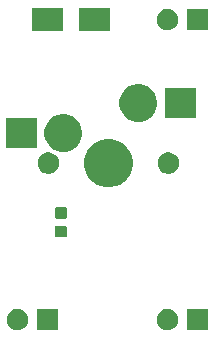
<source format=gbr>
G04 #@! TF.GenerationSoftware,KiCad,Pcbnew,5.1.5*
G04 #@! TF.CreationDate,2020-02-15T20:36:58-05:00*
G04 #@! TF.ProjectId,mx,6d782e6b-6963-4616-945f-706362585858,B*
G04 #@! TF.SameCoordinates,Original*
G04 #@! TF.FileFunction,Soldermask,Bot*
G04 #@! TF.FilePolarity,Negative*
%FSLAX46Y46*%
G04 Gerber Fmt 4.6, Leading zero omitted, Abs format (unit mm)*
G04 Created by KiCad (PCBNEW 5.1.5) date 2020-02-15 20:36:58*
%MOMM*%
%LPD*%
G04 APERTURE LIST*
%ADD10C,0.100000*%
G04 APERTURE END LIST*
D10*
G36*
X130441000Y-132981000D02*
G01*
X128639000Y-132981000D01*
X128639000Y-131179000D01*
X130441000Y-131179000D01*
X130441000Y-132981000D01*
G37*
G36*
X127113512Y-131183927D02*
G01*
X127262812Y-131213624D01*
X127426784Y-131281544D01*
X127574354Y-131380147D01*
X127699853Y-131505646D01*
X127798456Y-131653216D01*
X127866376Y-131817188D01*
X127901000Y-131991259D01*
X127901000Y-132168741D01*
X127866376Y-132342812D01*
X127798456Y-132506784D01*
X127699853Y-132654354D01*
X127574354Y-132779853D01*
X127426784Y-132878456D01*
X127262812Y-132946376D01*
X127113512Y-132976073D01*
X127088742Y-132981000D01*
X126911258Y-132981000D01*
X126886488Y-132976073D01*
X126737188Y-132946376D01*
X126573216Y-132878456D01*
X126425646Y-132779853D01*
X126300147Y-132654354D01*
X126201544Y-132506784D01*
X126133624Y-132342812D01*
X126099000Y-132168741D01*
X126099000Y-131991259D01*
X126133624Y-131817188D01*
X126201544Y-131653216D01*
X126300147Y-131505646D01*
X126425646Y-131380147D01*
X126573216Y-131281544D01*
X126737188Y-131213624D01*
X126886488Y-131183927D01*
X126911258Y-131179000D01*
X127088742Y-131179000D01*
X127113512Y-131183927D01*
G37*
G36*
X143141000Y-132981000D02*
G01*
X141339000Y-132981000D01*
X141339000Y-131179000D01*
X143141000Y-131179000D01*
X143141000Y-132981000D01*
G37*
G36*
X139813512Y-131183927D02*
G01*
X139962812Y-131213624D01*
X140126784Y-131281544D01*
X140274354Y-131380147D01*
X140399853Y-131505646D01*
X140498456Y-131653216D01*
X140566376Y-131817188D01*
X140601000Y-131991259D01*
X140601000Y-132168741D01*
X140566376Y-132342812D01*
X140498456Y-132506784D01*
X140399853Y-132654354D01*
X140274354Y-132779853D01*
X140126784Y-132878456D01*
X139962812Y-132946376D01*
X139813512Y-132976073D01*
X139788742Y-132981000D01*
X139611258Y-132981000D01*
X139586488Y-132976073D01*
X139437188Y-132946376D01*
X139273216Y-132878456D01*
X139125646Y-132779853D01*
X139000147Y-132654354D01*
X138901544Y-132506784D01*
X138833624Y-132342812D01*
X138799000Y-132168741D01*
X138799000Y-131991259D01*
X138833624Y-131817188D01*
X138901544Y-131653216D01*
X139000147Y-131505646D01*
X139125646Y-131380147D01*
X139273216Y-131281544D01*
X139437188Y-131213624D01*
X139586488Y-131183927D01*
X139611258Y-131179000D01*
X139788742Y-131179000D01*
X139813512Y-131183927D01*
G37*
G36*
X131062591Y-124128085D02*
G01*
X131096569Y-124138393D01*
X131127890Y-124155134D01*
X131155339Y-124177661D01*
X131177866Y-124205110D01*
X131194607Y-124236431D01*
X131204915Y-124270409D01*
X131209000Y-124311890D01*
X131209000Y-124913110D01*
X131204915Y-124954591D01*
X131194607Y-124988569D01*
X131177866Y-125019890D01*
X131155339Y-125047339D01*
X131127890Y-125069866D01*
X131096569Y-125086607D01*
X131062591Y-125096915D01*
X131021110Y-125101000D01*
X130344890Y-125101000D01*
X130303409Y-125096915D01*
X130269431Y-125086607D01*
X130238110Y-125069866D01*
X130210661Y-125047339D01*
X130188134Y-125019890D01*
X130171393Y-124988569D01*
X130161085Y-124954591D01*
X130157000Y-124913110D01*
X130157000Y-124311890D01*
X130161085Y-124270409D01*
X130171393Y-124236431D01*
X130188134Y-124205110D01*
X130210661Y-124177661D01*
X130238110Y-124155134D01*
X130269431Y-124138393D01*
X130303409Y-124128085D01*
X130344890Y-124124000D01*
X131021110Y-124124000D01*
X131062591Y-124128085D01*
G37*
G36*
X131062591Y-122553085D02*
G01*
X131096569Y-122563393D01*
X131127890Y-122580134D01*
X131155339Y-122602661D01*
X131177866Y-122630110D01*
X131194607Y-122661431D01*
X131204915Y-122695409D01*
X131209000Y-122736890D01*
X131209000Y-123338110D01*
X131204915Y-123379591D01*
X131194607Y-123413569D01*
X131177866Y-123444890D01*
X131155339Y-123472339D01*
X131127890Y-123494866D01*
X131096569Y-123511607D01*
X131062591Y-123521915D01*
X131021110Y-123526000D01*
X130344890Y-123526000D01*
X130303409Y-123521915D01*
X130269431Y-123511607D01*
X130238110Y-123494866D01*
X130210661Y-123472339D01*
X130188134Y-123444890D01*
X130171393Y-123413569D01*
X130161085Y-123379591D01*
X130157000Y-123338110D01*
X130157000Y-122736890D01*
X130161085Y-122695409D01*
X130171393Y-122661431D01*
X130188134Y-122630110D01*
X130210661Y-122602661D01*
X130238110Y-122580134D01*
X130269431Y-122563393D01*
X130303409Y-122553085D01*
X130344890Y-122549000D01*
X131021110Y-122549000D01*
X131062591Y-122553085D01*
G37*
G36*
X135293255Y-116847819D02*
G01*
X135666512Y-117002427D01*
X135666514Y-117002428D01*
X136002437Y-117226885D01*
X136288117Y-117512565D01*
X136493189Y-117819476D01*
X136512575Y-117848490D01*
X136667183Y-118221747D01*
X136746001Y-118617994D01*
X136746001Y-119022008D01*
X136667183Y-119418255D01*
X136512575Y-119791512D01*
X136512574Y-119791514D01*
X136288117Y-120127437D01*
X136002437Y-120413117D01*
X135666514Y-120637574D01*
X135666513Y-120637575D01*
X135666512Y-120637575D01*
X135293255Y-120792183D01*
X134897008Y-120871001D01*
X134492994Y-120871001D01*
X134096747Y-120792183D01*
X133723490Y-120637575D01*
X133723489Y-120637575D01*
X133723488Y-120637574D01*
X133387565Y-120413117D01*
X133101885Y-120127437D01*
X132877428Y-119791514D01*
X132877427Y-119791512D01*
X132722819Y-119418255D01*
X132644001Y-119022008D01*
X132644001Y-118617994D01*
X132722819Y-118221747D01*
X132877427Y-117848490D01*
X132896814Y-117819476D01*
X133101885Y-117512565D01*
X133387565Y-117226885D01*
X133723488Y-117002428D01*
X133723490Y-117002427D01*
X134096747Y-116847819D01*
X134492994Y-116769001D01*
X134897008Y-116769001D01*
X135293255Y-116847819D01*
G37*
G36*
X139888513Y-117923928D02*
G01*
X140037813Y-117953625D01*
X140201785Y-118021545D01*
X140349355Y-118120148D01*
X140474854Y-118245647D01*
X140573457Y-118393217D01*
X140641377Y-118557189D01*
X140676001Y-118731260D01*
X140676001Y-118908742D01*
X140641377Y-119082813D01*
X140573457Y-119246785D01*
X140474854Y-119394355D01*
X140349355Y-119519854D01*
X140201785Y-119618457D01*
X140037813Y-119686377D01*
X139888513Y-119716074D01*
X139863743Y-119721001D01*
X139686259Y-119721001D01*
X139661489Y-119716074D01*
X139512189Y-119686377D01*
X139348217Y-119618457D01*
X139200647Y-119519854D01*
X139075148Y-119394355D01*
X138976545Y-119246785D01*
X138908625Y-119082813D01*
X138874001Y-118908742D01*
X138874001Y-118731260D01*
X138908625Y-118557189D01*
X138976545Y-118393217D01*
X139075148Y-118245647D01*
X139200647Y-118120148D01*
X139348217Y-118021545D01*
X139512189Y-117953625D01*
X139661489Y-117923928D01*
X139686259Y-117919001D01*
X139863743Y-117919001D01*
X139888513Y-117923928D01*
G37*
G36*
X129728513Y-117923928D02*
G01*
X129877813Y-117953625D01*
X130041785Y-118021545D01*
X130189355Y-118120148D01*
X130314854Y-118245647D01*
X130413457Y-118393217D01*
X130481377Y-118557189D01*
X130516001Y-118731260D01*
X130516001Y-118908742D01*
X130481377Y-119082813D01*
X130413457Y-119246785D01*
X130314854Y-119394355D01*
X130189355Y-119519854D01*
X130041785Y-119618457D01*
X129877813Y-119686377D01*
X129728513Y-119716074D01*
X129703743Y-119721001D01*
X129526259Y-119721001D01*
X129501489Y-119716074D01*
X129352189Y-119686377D01*
X129188217Y-119618457D01*
X129040647Y-119519854D01*
X128915148Y-119394355D01*
X128816545Y-119246785D01*
X128748625Y-119082813D01*
X128714001Y-118908742D01*
X128714001Y-118731260D01*
X128748625Y-118557189D01*
X128816545Y-118393217D01*
X128915148Y-118245647D01*
X129040647Y-118120148D01*
X129188217Y-118021545D01*
X129352189Y-117953625D01*
X129501489Y-117923928D01*
X129526259Y-117919001D01*
X129703743Y-117919001D01*
X129728513Y-117923928D01*
G37*
G36*
X131081218Y-114686666D02*
G01*
X131351996Y-114740526D01*
X131643359Y-114861213D01*
X131905579Y-115036423D01*
X132128579Y-115259423D01*
X132303789Y-115521643D01*
X132424476Y-115813006D01*
X132486001Y-116122316D01*
X132486001Y-116437686D01*
X132424476Y-116746996D01*
X132303789Y-117038359D01*
X132128579Y-117300579D01*
X131905579Y-117523579D01*
X131643359Y-117698789D01*
X131351996Y-117819476D01*
X131081218Y-117873336D01*
X131042687Y-117881001D01*
X130727315Y-117881001D01*
X130688784Y-117873336D01*
X130418006Y-117819476D01*
X130126643Y-117698789D01*
X129864423Y-117523579D01*
X129641423Y-117300579D01*
X129466213Y-117038359D01*
X129345526Y-116746996D01*
X129284001Y-116437686D01*
X129284001Y-116122316D01*
X129345526Y-115813006D01*
X129466213Y-115521643D01*
X129641423Y-115259423D01*
X129864423Y-115036423D01*
X130126643Y-114861213D01*
X130418006Y-114740526D01*
X130688784Y-114686666D01*
X130727315Y-114679001D01*
X131042687Y-114679001D01*
X131081218Y-114686666D01*
G37*
G36*
X128661001Y-117581001D02*
G01*
X126009001Y-117581001D01*
X126009001Y-114979001D01*
X128661001Y-114979001D01*
X128661001Y-117581001D01*
G37*
G36*
X137431218Y-112146666D02*
G01*
X137701996Y-112200526D01*
X137993359Y-112321213D01*
X138255579Y-112496423D01*
X138478579Y-112719423D01*
X138653789Y-112981643D01*
X138774476Y-113273006D01*
X138836001Y-113582316D01*
X138836001Y-113897686D01*
X138774476Y-114206996D01*
X138653789Y-114498359D01*
X138478579Y-114760579D01*
X138255579Y-114983579D01*
X137993359Y-115158789D01*
X137701996Y-115279476D01*
X137431218Y-115333336D01*
X137392687Y-115341001D01*
X137077315Y-115341001D01*
X137038784Y-115333336D01*
X136768006Y-115279476D01*
X136476643Y-115158789D01*
X136214423Y-114983579D01*
X135991423Y-114760579D01*
X135816213Y-114498359D01*
X135695526Y-114206996D01*
X135634001Y-113897686D01*
X135634001Y-113582316D01*
X135695526Y-113273006D01*
X135816213Y-112981643D01*
X135991423Y-112719423D01*
X136214423Y-112496423D01*
X136476643Y-112321213D01*
X136768006Y-112200526D01*
X137038784Y-112146666D01*
X137077315Y-112139001D01*
X137392687Y-112139001D01*
X137431218Y-112146666D01*
G37*
G36*
X142111001Y-115041001D02*
G01*
X139459001Y-115041001D01*
X139459001Y-112439001D01*
X142111001Y-112439001D01*
X142111001Y-115041001D01*
G37*
G36*
X130841000Y-107631000D02*
G01*
X128239000Y-107631000D01*
X128239000Y-105729000D01*
X130841000Y-105729000D01*
X130841000Y-107631000D01*
G37*
G36*
X134841000Y-107631000D02*
G01*
X132239000Y-107631000D01*
X132239000Y-105729000D01*
X134841000Y-105729000D01*
X134841000Y-107631000D01*
G37*
G36*
X143141000Y-107581000D02*
G01*
X141339000Y-107581000D01*
X141339000Y-105779000D01*
X143141000Y-105779000D01*
X143141000Y-107581000D01*
G37*
G36*
X139813512Y-105783927D02*
G01*
X139962812Y-105813624D01*
X140126784Y-105881544D01*
X140274354Y-105980147D01*
X140399853Y-106105646D01*
X140498456Y-106253216D01*
X140566376Y-106417188D01*
X140601000Y-106591259D01*
X140601000Y-106768741D01*
X140566376Y-106942812D01*
X140498456Y-107106784D01*
X140399853Y-107254354D01*
X140274354Y-107379853D01*
X140126784Y-107478456D01*
X139962812Y-107546376D01*
X139813512Y-107576073D01*
X139788742Y-107581000D01*
X139611258Y-107581000D01*
X139586488Y-107576073D01*
X139437188Y-107546376D01*
X139273216Y-107478456D01*
X139125646Y-107379853D01*
X139000147Y-107254354D01*
X138901544Y-107106784D01*
X138833624Y-106942812D01*
X138799000Y-106768741D01*
X138799000Y-106591259D01*
X138833624Y-106417188D01*
X138901544Y-106253216D01*
X139000147Y-106105646D01*
X139125646Y-105980147D01*
X139273216Y-105881544D01*
X139437188Y-105813624D01*
X139586488Y-105783927D01*
X139611258Y-105779000D01*
X139788742Y-105779000D01*
X139813512Y-105783927D01*
G37*
M02*

</source>
